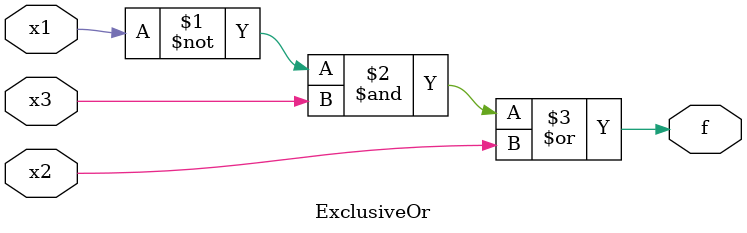
<source format=v>
module ExclusiveOr(x1,x2,x3,f);
input  x1,x2,x3;
output f;
assign f = (~x1 & x3)| x2;
endmodule

</source>
